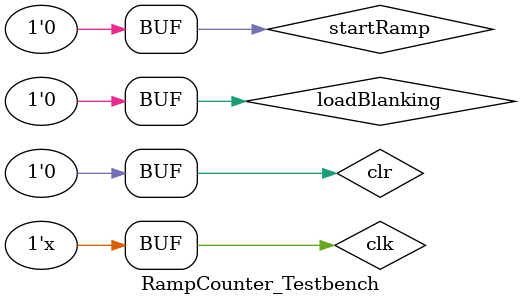
<source format=v>
/*
    RampCounter_Testbench.v
*/

`timescale 1ns / 1ps

module RampCounter_Testbench;

    reg  clk;
    reg  clr = 0;
    reg  loadBlanking = 0;
    reg  startRamp = 0;
    wire [9:0] ramp;
    wire rampDone;
    wire countEnable;
    
    ClockDivider #(.Divisor (16)) // ClockDivisor  = 3006) // 30mS rise time
           ClkDiv (.FastClock (clk),  
                   .Clear     (clr),
                   .SlowClock (), 
				   .Pulse     (countEnable));                   
                        
    RampCounter #(.BlankingLevel (20),
                  .RampInitial   (52),
                  .RampFinal     (255))
        RampCntr (.Clock (clk),
                  .Clear (clr),
                  .LoadBlanking (loadBlanking),
                  .LoadInitial  (startRamp),
                  .RampDone     (rampDone),
                  .Enable       (countEnable),
                  .Ramp (ramp));
                        
    //
    // test bench initializations
    //    
    initial
    begin
        $display ("module: %m");
//        $display ("U1.cordicOut, U1.windowOut, U1.multiplierOut, U1.subtracterOut, U1.dac_input");
//        $monitor($time, ": DATA: %d, %d, %d, %d, %d", U1.cordicOut, U1.windowOut, U1.multiplierOut, U1.subtracterOut, U1.dac_input); 

        clk = 1'b0;
        clr = 1;
    #50 clr = 0;
    end
    
    //
    // clock period
    //
    always
        #10 clk = ~clk; //toggle clk 
        
    //
    // test run
    //
    initial 
    begin
        #123
            loadBlanking = 1;
        #20
            loadBlanking = 0;
                
        #600
            startRamp = 1;
        #20
            startRamp = 0; 
                       
        #100000 
            loadBlanking = 1;
        #20
            loadBlanking = 0;
                
        #1600
            startRamp = 1;
        #20
            startRamp = 0; 
                   
    end


endmodule

</source>
